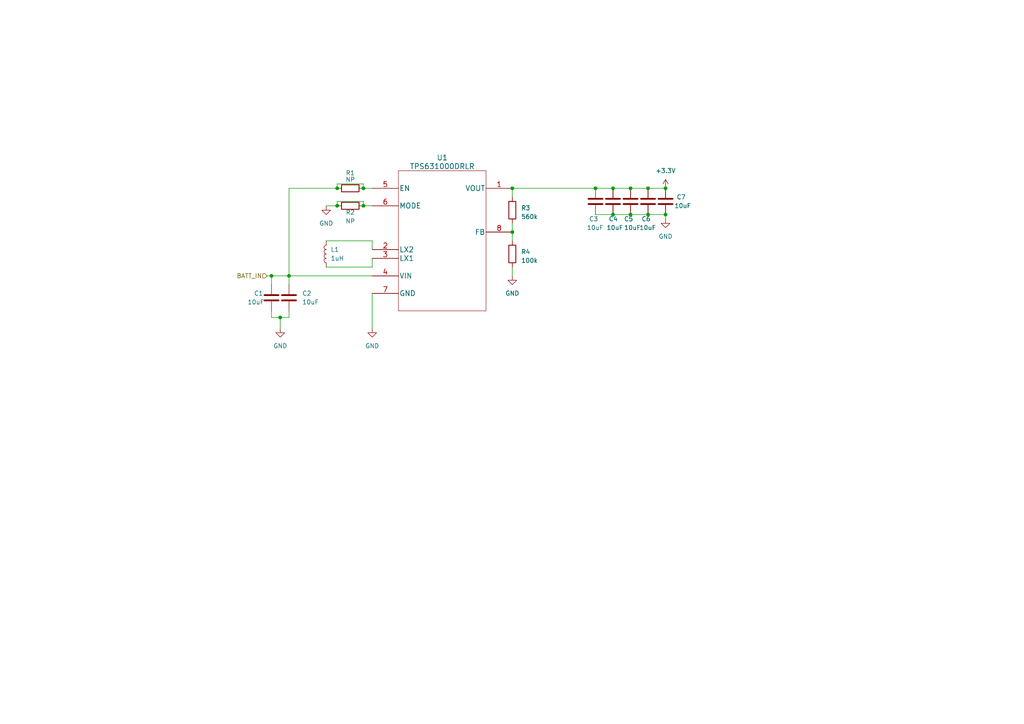
<source format=kicad_sch>
(kicad_sch (version 20230121) (generator eeschema)
  (paper "A4")
  (lib_symbols
    (symbol "Device:C" (pin_numbers hide) (pin_names (offset 0.254))
      (property "Reference" "C" (at 0.635 2.54 0))
      (property "Value" "C" (at 0.635 -2.54 0))
      (symbol "C_0_1"
        (polyline (pts (xy -2.032 -0.762) (xy 2.032 -0.762)) (stroke (width 0.508)))
        (polyline (pts (xy -2.032 0.762) (xy 2.032 0.762)) (stroke (width 0.508)))
      )
      (symbol "C_1_1"
        (pin passive line (at 0 3.81 270) (length 2.794) (name "~") (number "1"))
        (pin passive line (at 0 -3.81 90) (length 2.794) (name "~") (number "2"))
      )
    )
    (symbol "Device:L" (pin_numbers hide) (pin_names (offset 1.016) hide)
      (property "Reference" "L" (at -1.27 0 90))
      (property "Value" "L" (at 1.905 0 90))
      (symbol "L_0_1"
        (arc (start 0 -2.54) (mid 0.6323 -1.905) (end 0 -1.27))
        (arc (start 0 -1.27) (mid 0.6323 -0.635) (end 0 0))
        (arc (start 0 0) (mid 0.6323 0.635) (end 0 1.27))
        (arc (start 0 1.27) (mid 0.6323 1.905) (end 0 2.54))
      )
      (symbol "L_1_1"
        (pin passive line (at 0 3.81 270) (length 1.27) (name "1") (number "1"))
        (pin passive line (at 0 -3.81 90) (length 1.27) (name "2") (number "2"))
      )
    )
    (symbol "Device:R" (pin_numbers hide) (pin_names (offset 0))
      (property "Reference" "R" (at 2.032 0 90))
      (property "Value" "R" (at 0 0 90))
      (symbol "R_0_1"
        (rectangle (start -1.016 -2.54) (end 1.016 2.54) (stroke (width 0.254)))
      )
      (symbol "R_1_1"
        (pin passive line (at 0 3.81 270) (length 1.27) (name "~") (number "1"))
        (pin passive line (at 0 -3.81 90) (length 1.27) (name "~") (number "2"))
      )
    )
    (symbol "TPS631000DRLR:TPS631000DRLR" (pin_names (offset 0.254))
      (property "Reference" "U" (at 20.32 10.16 0))
      (property "Value" "TPS631000DRLR" (at 20.32 7.62 0))
      (symbol "TPS631000DRLR_1_1"
        (polyline (pts (xy 7.62 -35.56) (xy 33.02 -35.56)) (stroke (width 0.127)))
        (polyline (pts (xy 7.62 5.08) (xy 7.62 -35.56)) (stroke (width 0.127)))
        (polyline (pts (xy 33.02 -35.56) (xy 33.02 5.08)) (stroke (width 0.127)))
        (polyline (pts (xy 33.02 5.08) (xy 7.62 5.08)) (stroke (width 0.127)))
        (pin power_in line (at 40.64 0 180) (length 7.62) (name "VOUT") (number "1"))
        (pin power_in line (at 0 -17.78 0) (length 7.62) (name "LX2") (number "2"))
        (pin power_in line (at 0 -20.32 0) (length 7.62) (name "LX1") (number "3"))
        (pin power_in line (at 0 -25.4 0) (length 7.62) (name "VIN") (number "4"))
        (pin input line (at 0 0 0) (length 7.62) (name "EN") (number "5"))
        (pin input line (at 0 -5.08 0) (length 7.62) (name "MODE") (number "6"))
        (pin power_in line (at 0 -30.48 0) (length 7.62) (name "GND") (number "7"))
        (pin input line (at 40.64 -12.7 180) (length 7.62) (name "FB") (number "8"))
      )
    )
    (symbol "power:+3.3V" (power) (pin_names (offset 0))
      (property "Value" "+3.3V" (at 0 3.556 0))
      (symbol "+3.3V_0_1"
        (polyline (pts (xy -0.762 1.27) (xy 0 2.54)))
        (polyline (pts (xy 0 0) (xy 0 2.54)))
        (polyline (pts (xy 0 2.54) (xy 0.762 1.27)))
      )
      (symbol "+3.3V_1_1"
        (pin power_in line (at 0 0 90) (length 0) hide (name "+3.3V") (number "1"))
      )
    )
    (symbol "power:GND" (power) (pin_names (offset 0))
      (property "Value" "GND" (at 0 -3.81 0))
      (symbol "GND_0_1"
        (polyline (pts (xy 0 0) (xy 0 -1.27) (xy 1.27 -1.27) (xy 0 -2.54) (xy -1.27 -1.27) (xy 0 -1.27)))
      )
      (symbol "GND_1_1"
        (pin power_in line (at 0 0 270) (length 0) hide (name "GND") (number "1"))
      )
    )
  )
  (junction (at 193.04 62.23))
  (junction (at 148.59 54.61))
  (junction (at 97.79 59.69))
  (junction (at 172.72 54.61))
  (junction (at 78.74 80.01))
  (junction (at 83.82 80.01))
  (junction (at 97.79 54.61))
  (junction (at 187.96 62.23))
  (junction (at 148.59 67.31))
  (junction (at 177.8 62.23))
  (junction (at 177.8 54.61))
  (junction (at 105.41 59.69))
  (junction (at 193.04 54.61))
  (junction (at 182.88 62.23))
  (junction (at 81.28 92.075))
  (junction (at 182.88 54.61))
  (junction (at 105.41 54.61))
  (junction (at 187.96 54.61))
  (wire (pts (xy 78.74 90.17) (xy 78.74 92.075)))
  (wire (pts (xy 182.88 54.61) (xy 177.8 54.61)))
  (wire (pts (xy 78.74 92.075) (xy 81.28 92.075)))
  (wire (pts (xy 97.79 54.61) (xy 83.82 54.61)))
  (wire (pts (xy 83.82 80.01) (xy 83.82 82.55)))
  (wire (pts (xy 148.59 54.61) (xy 148.59 57.15)))
  (wire (pts (xy 105.41 53.34) (xy 97.79 53.34)))
  (wire (pts (xy 172.72 62.23) (xy 177.8 62.23)))
  (wire (pts (xy 94.615 59.69) (xy 97.79 59.69)))
  (wire (pts (xy 78.74 82.55) (xy 78.74 80.01)))
  (wire (pts (xy 148.59 80.01) (xy 148.59 77.47)))
  (wire (pts (xy 105.41 58.42) (xy 97.79 58.42)))
  (wire (pts (xy 81.28 92.075) (xy 81.28 95.25)))
  (wire (pts (xy 107.95 95.25) (xy 107.95 85.09)))
  (wire (pts (xy 105.41 54.61) (xy 107.95 54.61)))
  (wire (pts (xy 77.47 80.01) (xy 78.74 80.01)))
  (wire (pts (xy 83.82 54.61) (xy 83.82 80.01)))
  (wire (pts (xy 107.95 77.47) (xy 94.615 77.47)))
  (wire (pts (xy 105.41 59.69) (xy 105.41 58.42)))
  (wire (pts (xy 107.95 72.39) (xy 107.95 69.85)))
  (wire (pts (xy 78.74 80.01) (xy 83.82 80.01)))
  (wire (pts (xy 187.96 54.61) (xy 182.88 54.61)))
  (wire (pts (xy 148.59 54.61) (xy 172.72 54.61)))
  (wire (pts (xy 148.59 69.85) (xy 148.59 67.31)))
  (wire (pts (xy 182.88 62.23) (xy 187.96 62.23)))
  (wire (pts (xy 83.82 90.17) (xy 83.82 92.075)))
  (wire (pts (xy 83.82 80.01) (xy 107.95 80.01)))
  (wire (pts (xy 97.79 58.42) (xy 97.79 59.69)))
  (wire (pts (xy 97.79 53.34) (xy 97.79 54.61)))
  (wire (pts (xy 148.59 64.77) (xy 148.59 67.31)))
  (wire (pts (xy 193.04 54.61) (xy 187.96 54.61)))
  (wire (pts (xy 107.95 74.93) (xy 107.95 77.47)))
  (wire (pts (xy 172.72 54.61) (xy 177.8 54.61)))
  (wire (pts (xy 107.95 69.85) (xy 94.615 69.85)))
  (wire (pts (xy 105.41 54.61) (xy 105.41 53.34)))
  (wire (pts (xy 193.04 63.5) (xy 193.04 62.23)))
  (wire (pts (xy 81.28 92.075) (xy 83.82 92.075)))
  (wire (pts (xy 187.96 62.23) (xy 193.04 62.23)))
  (wire (pts (xy 105.41 59.69) (xy 107.95 59.69)))
  (wire (pts (xy 177.8 62.23) (xy 182.88 62.23)))
  (hierarchical_label "BATT_IN" (shape input) (at 77.47 80.01 180))
  (symbol (lib_id "Device:C") (at 78.74 86.36 0) (unit 1)
    (property "Reference" "C1" (at 73.66 85.09 0) (effects (justify left)))
    (property "Value" "10uF" (at 71.755 87.63 0) (effects (justify left)))
    (property "Footprint" "Capacitor_SMD:C_0603_1608Metric" (effects hide))
    (property "LCSC" "C19702" (effects hide))
    (instances (project "keyboard_rev1" (path "" (reference "C1") (unit 1))) (project "ha_esp_remote" (path "" (reference "C5") (unit 1))))
  )
  (symbol (lib_id "power:GND") (at 193.04 63.5 0) (unit 1)
    (property "Reference" "#PWR06" (effects hide))
    (property "Value" "GND" (at 193.04 68.58 0))
    (instances (project "keyboard_rev1" (path "" (reference "#PWR06") (unit 1))) (project "ha_esp_remote" (path "" (reference "#PWR0144") (unit 1))))
  )
  (symbol (lib_id "Device:R") (at 148.59 73.66 0) (unit 1) (in_bom no)
    (property "Reference" "R4" (at 151.13 73.025 0) (effects (justify left)))
    (property "Value" "100k" (at 151.13 75.565 0) (effects (justify left)))
    (property "Footprint" "Resistor_SMD:R_0603_1608Metric" (effects hide))
    (property "LCSC" "C25803" (effects hide))
    (instances (project "keyboard_rev1" (path "" (reference "R4") (unit 1))) (project "ha_esp_remote" (path "" (reference "R40") (unit 1)) (path "" (reference "R37") (unit 1))))
  )
  (symbol (lib_id "Device:R") (at 101.6 54.61 90) (unit 1) (in_bom no)
    (property "Reference" "R1" (at 101.6 50.165 90))
    (property "Value" "NP" (at 101.6 52.07 90))
    (property "Footprint" "Resistor_SMD:R_0603_1608Metric" (effects hide))
    (property "LCSC" "C25804" (effects hide))
    (instances (project "keyboard_rev1" (path "" (reference "R1") (unit 1))) (project "ha_esp_remote" (path "" (reference "R40") (unit 1)) (path "" (reference "R48") (unit 1))))
  )
  (symbol (lib_id "power:GND") (at 148.59 80.01 0) (unit 1)
    (property "Reference" "#PWR04" (effects hide))
    (property "Value" "GND" (at 148.59 85.09 0))
    (instances (project "keyboard_rev1" (path "" (reference "#PWR04") (unit 1))) (project "ha_esp_remote" (path "" (reference "#PWR02") (unit 1))))
  )
  (symbol (lib_id "Device:R") (at 101.6 59.69 90) (unit 1) (in_bom no)
    (property "Reference" "R2" (at 101.6 61.595 90))
    (property "Value" "NP" (at 101.6 64.135 90))
    (property "Footprint" "Resistor_SMD:R_0603_1608Metric" (effects hide))
    (property "LCSC" "C25804" (effects hide))
    (instances (project "keyboard_rev1" (path "" (reference "R2") (unit 1))) (project "ha_esp_remote" (path "" (reference "R40") (unit 1)) (path "" (reference "R47") (unit 1))))
  )
  (symbol (lib_id "Device:C") (at 182.88 58.42 0) (unit 1)
    (property "Reference" "C5" (at 180.975 63.5 0) (effects (justify left)))
    (property "Value" "10uF" (at 180.975 66.04 0) (effects (justify left)))
    (property "Footprint" "Capacitor_SMD:C_0603_1608Metric" (effects hide))
    (property "LCSC" "C19702" (effects hide))
    (instances (project "keyboard_rev1" (path "" (reference "C5") (unit 1))) (project "ha_esp_remote" (path "" (reference "C17") (unit 1))))
  )
  (symbol (lib_id "power:GND") (at 81.28 95.25 0) (unit 1)
    (property "Reference" "#PWR01" (effects hide))
    (property "Value" "GND" (at 81.28 100.33 0))
    (instances (project "keyboard_rev1" (path "" (reference "#PWR01") (unit 1))) (project "ha_esp_remote" (path "" (reference "#PWR0167") (unit 1))))
  )
  (symbol (lib_id "TPS631000DRLR:TPS631000DRLR") (at 107.95 54.61 0) (unit 1)
    (property "Reference" "U1" (at 128.27 45.72 0) (effects (font (size 1.524 1.524))))
    (property "Value" "TPS631000DRLR" (at 128.27 48.26 0) (effects (font (size 1.524 1.524))))
    (property "Footprint" "TPS631000DRLR:TPS631000DRLR" (effects hide))
    (property "Datasheet" "https://www.ti.com/lit/gpn/tps631000" (effects hide))
    (instances (project "keyboard_rev1" (path "" (reference "U1") (unit 1))) (project "ha_esp_remote" (path "" (reference "U4") (unit 1))))
  )
  (symbol (lib_id "power:GND") (at 94.615 59.69 0) (unit 1)
    (property "Reference" "#PWR02" (effects hide))
    (property "Value" "GND" (at 94.615 64.77 0))
    (instances (project "keyboard_rev1" (path "" (reference "#PWR02") (unit 1))) (project "ha_esp_remote" (path "" (reference "#PWR03") (unit 1))))
  )
  (symbol (lib_id "Device:C") (at 187.96 58.42 0) (unit 1)
    (property "Reference" "C6" (at 186.055 63.5 0) (effects (justify left)))
    (property "Value" "10uF" (at 185.42 66.04 0) (effects (justify left)))
    (property "Footprint" "Capacitor_SMD:C_0603_1608Metric" (effects hide))
    (property "LCSC" "C19702" (effects hide))
    (instances (project "keyboard_rev1" (path "" (reference "C6") (unit 1))) (project "ha_esp_remote" (path "" (reference "C19") (unit 1))))
  )
  (symbol (lib_id "Device:C") (at 83.82 86.36 0) (unit 1)
    (property "Reference" "C2" (at 87.63 85.0899 0) (effects (justify left)))
    (property "Value" "10uF" (at 87.63 87.6299 0) (effects (justify left)))
    (property "Footprint" "Capacitor_SMD:C_0603_1608Metric" (effects hide))
    (property "LCSC" "C19702" (effects hide))
    (instances (project "keyboard_rev1" (path "" (reference "C2") (unit 1))) (project "ha_esp_remote" (path "" (reference "C4") (unit 1))))
  )
  (symbol (lib_id "Device:C") (at 177.8 58.42 0) (unit 1)
    (property "Reference" "C4" (at 176.53 63.5 0) (effects (justify left)))
    (property "Value" "10uF" (at 175.895 66.04 0) (effects (justify left)))
    (property "Footprint" "Capacitor_SMD:C_0603_1608Metric" (effects hide))
    (property "LCSC" "C19702" (effects hide))
    (instances (project "keyboard_rev1" (path "" (reference "C4") (unit 1))) (project "ha_esp_remote" (path "" (reference "C9") (unit 1))))
  )
  (symbol (lib_id "Device:C") (at 172.72 58.42 0) (unit 1)
    (property "Reference" "C3" (at 170.815 63.5 0) (effects (justify left)))
    (property "Value" "10uF" (at 170.18 66.04 0) (effects (justify left)))
    (property "Footprint" "Capacitor_SMD:C_0603_1608Metric" (effects hide))
    (property "LCSC" "C19702" (effects hide))
    (instances (project "keyboard_rev1" (path "" (reference "C3") (unit 1))) (project "ha_esp_remote" (path "" (reference "C18") (unit 1))))
  )
  (symbol (lib_id "power:GND") (at 107.95 95.25 0) (unit 1)
    (property "Reference" "#PWR03" (effects hide))
    (property "Value" "GND" (at 107.95 100.33 0))
    (instances (project "keyboard_rev1" (path "" (reference "#PWR03") (unit 1))) (project "ha_esp_remote" (path "" (reference "#PWR01") (unit 1))))
  )
  (symbol (lib_id "Device:C") (at 193.04 58.42 0) (unit 1)
    (property "Reference" "C7" (at 196.215 57.15 0) (effects (justify left)))
    (property "Value" "10uF" (at 195.58 59.69 0) (effects (justify left)))
    (property "Footprint" "Capacitor_SMD:C_0603_1608Metric" (effects hide))
    (property "LCSC" "C19702" (effects hide))
    (instances (project "keyboard_rev1" (path "" (reference "C7") (unit 1))) (project "ha_esp_remote" (path "" (reference "C20") (unit 1))))
  )
  (symbol (lib_id "power:+3.3V") (at 193.04 54.61 0) (unit 1)
    (property "Reference" "#PWR05" (effects hide))
    (property "Value" "+3.3V" (at 193.04 49.53 0))
    (instances (project "keyboard_rev1" (path "" (reference "#PWR05") (unit 1))) (project "ha_esp_remote" (path "" (reference "#PWR0145") (unit 1))))
  )
  (symbol (lib_id "Device:L") (at 94.615 73.66 180) (unit 1)
    (property "Reference" "L1" (at 95.885 72.3899 0) (effects (justify right)))
    (property "Value" "1uH" (at 95.885 74.9299 0) (effects (justify right)))
    (property "Footprint" "Inductor_SMD:L_1008_2520Metric" (effects hide))
    (property "LCSC" "C882955" (effects hide))
  )
  (symbol (lib_id "Device:R") (at 148.59 60.96 0) (unit 1)
    (property "Reference" "R3" (at 151.13 60.325 0) (effects (justify left)))
    (property "Value" "560k" (at 151.13 62.865 0) (effects (justify left)))
    (property "Footprint" "Resistor_SMD:R_0603_1608Metric" (effects hide))
    (property "LCSC" "C23203" (effects hide))
    (instances (project "keyboard_rev1" (path "" (reference "R3") (unit 1))) (project "ha_esp_remote" (path "" (reference "R40") (unit 1)) (path "" (reference "R46") (unit 1))))
  )
)
</source>
